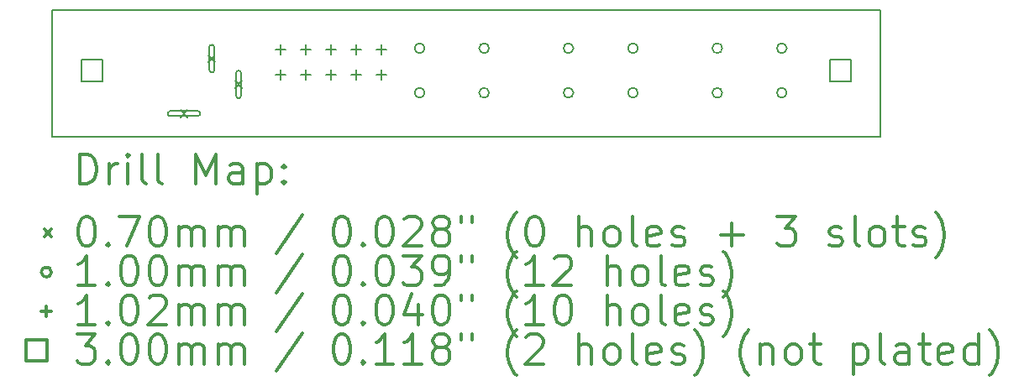
<source format=gbr>
%FSLAX45Y45*%
G04 Gerber Fmt 4.5, Leading zero omitted, Abs format (unit mm)*
G04 Created by KiCad (PCBNEW (5.0.0)) date 12/04/18 13:35:40*
%MOMM*%
%LPD*%
G01*
G04 APERTURE LIST*
%ADD10C,0.150000*%
%ADD11C,0.200000*%
%ADD12C,0.300000*%
G04 APERTURE END LIST*
D10*
X0Y0D02*
X0Y670000D01*
X0Y1280000D02*
X0Y1020000D01*
X2040000Y1280000D02*
X0Y1280000D01*
X8350000Y1280000D02*
X8350000Y660000D01*
X8350000Y0D02*
X8350000Y660000D01*
X2040000Y1280000D02*
X8350000Y1280000D01*
X1280000Y0D02*
X0Y0D01*
X1280000Y0D02*
X8350000Y0D01*
X0Y670000D02*
X0Y1020000D01*
D11*
X1295000Y270000D02*
X1365000Y200000D01*
X1365000Y270000D02*
X1295000Y200000D01*
X1190000Y210000D02*
X1470000Y210000D01*
X1190000Y260000D02*
X1470000Y260000D01*
X1470000Y210000D02*
G75*
G03X1470000Y260000I0J25000D01*
G01*
X1190000Y260000D02*
G75*
G03X1190000Y210000I0J-25000D01*
G01*
X1575000Y825000D02*
X1645000Y755000D01*
X1645000Y825000D02*
X1575000Y755000D01*
X1585000Y905000D02*
X1585000Y675000D01*
X1635000Y905000D02*
X1635000Y675000D01*
X1585000Y675000D02*
G75*
G03X1635000Y675000I25000J0D01*
G01*
X1635000Y905000D02*
G75*
G03X1585000Y905000I-25000J0D01*
G01*
X1845000Y565000D02*
X1915000Y495000D01*
X1915000Y565000D02*
X1845000Y495000D01*
X1855000Y645000D02*
X1855000Y415000D01*
X1905000Y645000D02*
X1905000Y415000D01*
X1855000Y415000D02*
G75*
G03X1905000Y415000I25000J0D01*
G01*
X1905000Y645000D02*
G75*
G03X1855000Y645000I-25000J0D01*
G01*
X6755000Y895000D02*
G75*
G03X6755000Y895000I-50000J0D01*
G01*
X6755000Y445000D02*
G75*
G03X6755000Y445000I-50000J0D01*
G01*
X7405000Y895000D02*
G75*
G03X7405000Y895000I-50000J0D01*
G01*
X7405000Y445000D02*
G75*
G03X7405000Y445000I-50000J0D01*
G01*
X3755000Y895000D02*
G75*
G03X3755000Y895000I-50000J0D01*
G01*
X3755000Y445000D02*
G75*
G03X3755000Y445000I-50000J0D01*
G01*
X4405000Y895000D02*
G75*
G03X4405000Y895000I-50000J0D01*
G01*
X4405000Y445000D02*
G75*
G03X4405000Y445000I-50000J0D01*
G01*
X5255000Y895000D02*
G75*
G03X5255000Y895000I-50000J0D01*
G01*
X5255000Y445000D02*
G75*
G03X5255000Y445000I-50000J0D01*
G01*
X5905000Y895000D02*
G75*
G03X5905000Y895000I-50000J0D01*
G01*
X5905000Y445000D02*
G75*
G03X5905000Y445000I-50000J0D01*
G01*
X2300000Y934800D02*
X2300000Y833200D01*
X2249200Y884000D02*
X2350800Y884000D01*
X2300000Y680800D02*
X2300000Y579200D01*
X2249200Y630000D02*
X2350800Y630000D01*
X2554000Y934800D02*
X2554000Y833200D01*
X2503200Y884000D02*
X2604800Y884000D01*
X2554000Y680800D02*
X2554000Y579200D01*
X2503200Y630000D02*
X2604800Y630000D01*
X2808000Y934800D02*
X2808000Y833200D01*
X2757200Y884000D02*
X2858800Y884000D01*
X2808000Y680800D02*
X2808000Y579200D01*
X2757200Y630000D02*
X2858800Y630000D01*
X3062000Y934800D02*
X3062000Y833200D01*
X3011200Y884000D02*
X3112800Y884000D01*
X3062000Y680800D02*
X3062000Y579200D01*
X3011200Y630000D02*
X3112800Y630000D01*
X3316000Y934800D02*
X3316000Y833200D01*
X3265200Y884000D02*
X3366800Y884000D01*
X3316000Y680800D02*
X3316000Y579200D01*
X3265200Y630000D02*
X3366800Y630000D01*
X506067Y563933D02*
X506067Y776067D01*
X293933Y776067D01*
X293933Y563933D01*
X506067Y563933D01*
X8056067Y563933D02*
X8056067Y776067D01*
X7843933Y776067D01*
X7843933Y563933D01*
X8056067Y563933D01*
D12*
X278928Y-473214D02*
X278928Y-173214D01*
X350357Y-173214D01*
X393214Y-187500D01*
X421786Y-216071D01*
X436071Y-244643D01*
X450357Y-301786D01*
X450357Y-344643D01*
X436071Y-401786D01*
X421786Y-430357D01*
X393214Y-458929D01*
X350357Y-473214D01*
X278928Y-473214D01*
X578928Y-473214D02*
X578928Y-273214D01*
X578928Y-330357D02*
X593214Y-301786D01*
X607500Y-287500D01*
X636071Y-273214D01*
X664643Y-273214D01*
X764643Y-473214D02*
X764643Y-273214D01*
X764643Y-173214D02*
X750357Y-187500D01*
X764643Y-201786D01*
X778928Y-187500D01*
X764643Y-173214D01*
X764643Y-201786D01*
X950357Y-473214D02*
X921786Y-458929D01*
X907500Y-430357D01*
X907500Y-173214D01*
X1107500Y-473214D02*
X1078928Y-458929D01*
X1064643Y-430357D01*
X1064643Y-173214D01*
X1450357Y-473214D02*
X1450357Y-173214D01*
X1550357Y-387500D01*
X1650357Y-173214D01*
X1650357Y-473214D01*
X1921786Y-473214D02*
X1921786Y-316072D01*
X1907500Y-287500D01*
X1878928Y-273214D01*
X1821786Y-273214D01*
X1793214Y-287500D01*
X1921786Y-458929D02*
X1893214Y-473214D01*
X1821786Y-473214D01*
X1793214Y-458929D01*
X1778928Y-430357D01*
X1778928Y-401786D01*
X1793214Y-373214D01*
X1821786Y-358929D01*
X1893214Y-358929D01*
X1921786Y-344643D01*
X2064643Y-273214D02*
X2064643Y-573214D01*
X2064643Y-287500D02*
X2093214Y-273214D01*
X2150357Y-273214D01*
X2178928Y-287500D01*
X2193214Y-301786D01*
X2207500Y-330357D01*
X2207500Y-416071D01*
X2193214Y-444643D01*
X2178928Y-458929D01*
X2150357Y-473214D01*
X2093214Y-473214D01*
X2064643Y-458929D01*
X2336071Y-444643D02*
X2350357Y-458929D01*
X2336071Y-473214D01*
X2321786Y-458929D01*
X2336071Y-444643D01*
X2336071Y-473214D01*
X2336071Y-287500D02*
X2350357Y-301786D01*
X2336071Y-316072D01*
X2321786Y-301786D01*
X2336071Y-287500D01*
X2336071Y-316072D01*
X-77500Y-932500D02*
X-7500Y-1002500D01*
X-7500Y-932500D02*
X-77500Y-1002500D01*
X336071Y-803214D02*
X364643Y-803214D01*
X393214Y-817500D01*
X407500Y-831786D01*
X421786Y-860357D01*
X436071Y-917500D01*
X436071Y-988929D01*
X421786Y-1046071D01*
X407500Y-1074643D01*
X393214Y-1088929D01*
X364643Y-1103214D01*
X336071Y-1103214D01*
X307500Y-1088929D01*
X293214Y-1074643D01*
X278928Y-1046071D01*
X264643Y-988929D01*
X264643Y-917500D01*
X278928Y-860357D01*
X293214Y-831786D01*
X307500Y-817500D01*
X336071Y-803214D01*
X564643Y-1074643D02*
X578928Y-1088929D01*
X564643Y-1103214D01*
X550357Y-1088929D01*
X564643Y-1074643D01*
X564643Y-1103214D01*
X678928Y-803214D02*
X878928Y-803214D01*
X750357Y-1103214D01*
X1050357Y-803214D02*
X1078928Y-803214D01*
X1107500Y-817500D01*
X1121786Y-831786D01*
X1136071Y-860357D01*
X1150357Y-917500D01*
X1150357Y-988929D01*
X1136071Y-1046071D01*
X1121786Y-1074643D01*
X1107500Y-1088929D01*
X1078928Y-1103214D01*
X1050357Y-1103214D01*
X1021786Y-1088929D01*
X1007500Y-1074643D01*
X993214Y-1046071D01*
X978928Y-988929D01*
X978928Y-917500D01*
X993214Y-860357D01*
X1007500Y-831786D01*
X1021786Y-817500D01*
X1050357Y-803214D01*
X1278928Y-1103214D02*
X1278928Y-903214D01*
X1278928Y-931786D02*
X1293214Y-917500D01*
X1321786Y-903214D01*
X1364643Y-903214D01*
X1393214Y-917500D01*
X1407500Y-946071D01*
X1407500Y-1103214D01*
X1407500Y-946071D02*
X1421786Y-917500D01*
X1450357Y-903214D01*
X1493214Y-903214D01*
X1521786Y-917500D01*
X1536071Y-946071D01*
X1536071Y-1103214D01*
X1678928Y-1103214D02*
X1678928Y-903214D01*
X1678928Y-931786D02*
X1693214Y-917500D01*
X1721786Y-903214D01*
X1764643Y-903214D01*
X1793214Y-917500D01*
X1807500Y-946071D01*
X1807500Y-1103214D01*
X1807500Y-946071D02*
X1821786Y-917500D01*
X1850357Y-903214D01*
X1893214Y-903214D01*
X1921786Y-917500D01*
X1936071Y-946071D01*
X1936071Y-1103214D01*
X2521786Y-788929D02*
X2264643Y-1174643D01*
X2907500Y-803214D02*
X2936071Y-803214D01*
X2964643Y-817500D01*
X2978928Y-831786D01*
X2993214Y-860357D01*
X3007500Y-917500D01*
X3007500Y-988929D01*
X2993214Y-1046071D01*
X2978928Y-1074643D01*
X2964643Y-1088929D01*
X2936071Y-1103214D01*
X2907500Y-1103214D01*
X2878928Y-1088929D01*
X2864643Y-1074643D01*
X2850357Y-1046071D01*
X2836071Y-988929D01*
X2836071Y-917500D01*
X2850357Y-860357D01*
X2864643Y-831786D01*
X2878928Y-817500D01*
X2907500Y-803214D01*
X3136071Y-1074643D02*
X3150357Y-1088929D01*
X3136071Y-1103214D01*
X3121786Y-1088929D01*
X3136071Y-1074643D01*
X3136071Y-1103214D01*
X3336071Y-803214D02*
X3364643Y-803214D01*
X3393214Y-817500D01*
X3407500Y-831786D01*
X3421786Y-860357D01*
X3436071Y-917500D01*
X3436071Y-988929D01*
X3421786Y-1046071D01*
X3407500Y-1074643D01*
X3393214Y-1088929D01*
X3364643Y-1103214D01*
X3336071Y-1103214D01*
X3307500Y-1088929D01*
X3293214Y-1074643D01*
X3278928Y-1046071D01*
X3264643Y-988929D01*
X3264643Y-917500D01*
X3278928Y-860357D01*
X3293214Y-831786D01*
X3307500Y-817500D01*
X3336071Y-803214D01*
X3550357Y-831786D02*
X3564643Y-817500D01*
X3593214Y-803214D01*
X3664643Y-803214D01*
X3693214Y-817500D01*
X3707500Y-831786D01*
X3721786Y-860357D01*
X3721786Y-888929D01*
X3707500Y-931786D01*
X3536071Y-1103214D01*
X3721786Y-1103214D01*
X3893214Y-931786D02*
X3864643Y-917500D01*
X3850357Y-903214D01*
X3836071Y-874643D01*
X3836071Y-860357D01*
X3850357Y-831786D01*
X3864643Y-817500D01*
X3893214Y-803214D01*
X3950357Y-803214D01*
X3978928Y-817500D01*
X3993214Y-831786D01*
X4007500Y-860357D01*
X4007500Y-874643D01*
X3993214Y-903214D01*
X3978928Y-917500D01*
X3950357Y-931786D01*
X3893214Y-931786D01*
X3864643Y-946071D01*
X3850357Y-960357D01*
X3836071Y-988929D01*
X3836071Y-1046071D01*
X3850357Y-1074643D01*
X3864643Y-1088929D01*
X3893214Y-1103214D01*
X3950357Y-1103214D01*
X3978928Y-1088929D01*
X3993214Y-1074643D01*
X4007500Y-1046071D01*
X4007500Y-988929D01*
X3993214Y-960357D01*
X3978928Y-946071D01*
X3950357Y-931786D01*
X4121786Y-803214D02*
X4121786Y-860357D01*
X4236071Y-803214D02*
X4236071Y-860357D01*
X4678928Y-1217500D02*
X4664643Y-1203214D01*
X4636071Y-1160357D01*
X4621786Y-1131786D01*
X4607500Y-1088929D01*
X4593214Y-1017500D01*
X4593214Y-960357D01*
X4607500Y-888929D01*
X4621786Y-846071D01*
X4636071Y-817500D01*
X4664643Y-774643D01*
X4678928Y-760357D01*
X4850357Y-803214D02*
X4878928Y-803214D01*
X4907500Y-817500D01*
X4921786Y-831786D01*
X4936071Y-860357D01*
X4950357Y-917500D01*
X4950357Y-988929D01*
X4936071Y-1046071D01*
X4921786Y-1074643D01*
X4907500Y-1088929D01*
X4878928Y-1103214D01*
X4850357Y-1103214D01*
X4821786Y-1088929D01*
X4807500Y-1074643D01*
X4793214Y-1046071D01*
X4778928Y-988929D01*
X4778928Y-917500D01*
X4793214Y-860357D01*
X4807500Y-831786D01*
X4821786Y-817500D01*
X4850357Y-803214D01*
X5307500Y-1103214D02*
X5307500Y-803214D01*
X5436071Y-1103214D02*
X5436071Y-946071D01*
X5421786Y-917500D01*
X5393214Y-903214D01*
X5350357Y-903214D01*
X5321786Y-917500D01*
X5307500Y-931786D01*
X5621786Y-1103214D02*
X5593214Y-1088929D01*
X5578928Y-1074643D01*
X5564643Y-1046071D01*
X5564643Y-960357D01*
X5578928Y-931786D01*
X5593214Y-917500D01*
X5621786Y-903214D01*
X5664643Y-903214D01*
X5693214Y-917500D01*
X5707500Y-931786D01*
X5721786Y-960357D01*
X5721786Y-1046071D01*
X5707500Y-1074643D01*
X5693214Y-1088929D01*
X5664643Y-1103214D01*
X5621786Y-1103214D01*
X5893214Y-1103214D02*
X5864643Y-1088929D01*
X5850357Y-1060357D01*
X5850357Y-803214D01*
X6121786Y-1088929D02*
X6093214Y-1103214D01*
X6036071Y-1103214D01*
X6007500Y-1088929D01*
X5993214Y-1060357D01*
X5993214Y-946071D01*
X6007500Y-917500D01*
X6036071Y-903214D01*
X6093214Y-903214D01*
X6121786Y-917500D01*
X6136071Y-946071D01*
X6136071Y-974643D01*
X5993214Y-1003214D01*
X6250357Y-1088929D02*
X6278928Y-1103214D01*
X6336071Y-1103214D01*
X6364643Y-1088929D01*
X6378928Y-1060357D01*
X6378928Y-1046071D01*
X6364643Y-1017500D01*
X6336071Y-1003214D01*
X6293214Y-1003214D01*
X6264643Y-988929D01*
X6250357Y-960357D01*
X6250357Y-946071D01*
X6264643Y-917500D01*
X6293214Y-903214D01*
X6336071Y-903214D01*
X6364643Y-917500D01*
X6736071Y-988929D02*
X6964643Y-988929D01*
X6850357Y-1103214D02*
X6850357Y-874643D01*
X7307500Y-803214D02*
X7493214Y-803214D01*
X7393214Y-917500D01*
X7436071Y-917500D01*
X7464643Y-931786D01*
X7478928Y-946071D01*
X7493214Y-974643D01*
X7493214Y-1046071D01*
X7478928Y-1074643D01*
X7464643Y-1088929D01*
X7436071Y-1103214D01*
X7350357Y-1103214D01*
X7321786Y-1088929D01*
X7307500Y-1074643D01*
X7836071Y-1088929D02*
X7864643Y-1103214D01*
X7921786Y-1103214D01*
X7950357Y-1088929D01*
X7964643Y-1060357D01*
X7964643Y-1046071D01*
X7950357Y-1017500D01*
X7921786Y-1003214D01*
X7878928Y-1003214D01*
X7850357Y-988929D01*
X7836071Y-960357D01*
X7836071Y-946071D01*
X7850357Y-917500D01*
X7878928Y-903214D01*
X7921786Y-903214D01*
X7950357Y-917500D01*
X8136071Y-1103214D02*
X8107500Y-1088929D01*
X8093214Y-1060357D01*
X8093214Y-803214D01*
X8293214Y-1103214D02*
X8264643Y-1088929D01*
X8250357Y-1074643D01*
X8236071Y-1046071D01*
X8236071Y-960357D01*
X8250357Y-931786D01*
X8264643Y-917500D01*
X8293214Y-903214D01*
X8336071Y-903214D01*
X8364643Y-917500D01*
X8378928Y-931786D01*
X8393214Y-960357D01*
X8393214Y-1046071D01*
X8378928Y-1074643D01*
X8364643Y-1088929D01*
X8336071Y-1103214D01*
X8293214Y-1103214D01*
X8478928Y-903214D02*
X8593214Y-903214D01*
X8521786Y-803214D02*
X8521786Y-1060357D01*
X8536071Y-1088929D01*
X8564643Y-1103214D01*
X8593214Y-1103214D01*
X8678928Y-1088929D02*
X8707500Y-1103214D01*
X8764643Y-1103214D01*
X8793214Y-1088929D01*
X8807500Y-1060357D01*
X8807500Y-1046071D01*
X8793214Y-1017500D01*
X8764643Y-1003214D01*
X8721786Y-1003214D01*
X8693214Y-988929D01*
X8678928Y-960357D01*
X8678928Y-946071D01*
X8693214Y-917500D01*
X8721786Y-903214D01*
X8764643Y-903214D01*
X8793214Y-917500D01*
X8907500Y-1217500D02*
X8921786Y-1203214D01*
X8950357Y-1160357D01*
X8964643Y-1131786D01*
X8978928Y-1088929D01*
X8993214Y-1017500D01*
X8993214Y-960357D01*
X8978928Y-888929D01*
X8964643Y-846071D01*
X8950357Y-817500D01*
X8921786Y-774643D01*
X8907500Y-760357D01*
X-7500Y-1363500D02*
G75*
G03X-7500Y-1363500I-50000J0D01*
G01*
X436071Y-1499214D02*
X264643Y-1499214D01*
X350357Y-1499214D02*
X350357Y-1199214D01*
X321786Y-1242072D01*
X293214Y-1270643D01*
X264643Y-1284929D01*
X564643Y-1470643D02*
X578928Y-1484929D01*
X564643Y-1499214D01*
X550357Y-1484929D01*
X564643Y-1470643D01*
X564643Y-1499214D01*
X764643Y-1199214D02*
X793214Y-1199214D01*
X821786Y-1213500D01*
X836071Y-1227786D01*
X850357Y-1256357D01*
X864643Y-1313500D01*
X864643Y-1384929D01*
X850357Y-1442071D01*
X836071Y-1470643D01*
X821786Y-1484929D01*
X793214Y-1499214D01*
X764643Y-1499214D01*
X736071Y-1484929D01*
X721786Y-1470643D01*
X707500Y-1442071D01*
X693214Y-1384929D01*
X693214Y-1313500D01*
X707500Y-1256357D01*
X721786Y-1227786D01*
X736071Y-1213500D01*
X764643Y-1199214D01*
X1050357Y-1199214D02*
X1078928Y-1199214D01*
X1107500Y-1213500D01*
X1121786Y-1227786D01*
X1136071Y-1256357D01*
X1150357Y-1313500D01*
X1150357Y-1384929D01*
X1136071Y-1442071D01*
X1121786Y-1470643D01*
X1107500Y-1484929D01*
X1078928Y-1499214D01*
X1050357Y-1499214D01*
X1021786Y-1484929D01*
X1007500Y-1470643D01*
X993214Y-1442071D01*
X978928Y-1384929D01*
X978928Y-1313500D01*
X993214Y-1256357D01*
X1007500Y-1227786D01*
X1021786Y-1213500D01*
X1050357Y-1199214D01*
X1278928Y-1499214D02*
X1278928Y-1299214D01*
X1278928Y-1327786D02*
X1293214Y-1313500D01*
X1321786Y-1299214D01*
X1364643Y-1299214D01*
X1393214Y-1313500D01*
X1407500Y-1342072D01*
X1407500Y-1499214D01*
X1407500Y-1342072D02*
X1421786Y-1313500D01*
X1450357Y-1299214D01*
X1493214Y-1299214D01*
X1521786Y-1313500D01*
X1536071Y-1342072D01*
X1536071Y-1499214D01*
X1678928Y-1499214D02*
X1678928Y-1299214D01*
X1678928Y-1327786D02*
X1693214Y-1313500D01*
X1721786Y-1299214D01*
X1764643Y-1299214D01*
X1793214Y-1313500D01*
X1807500Y-1342072D01*
X1807500Y-1499214D01*
X1807500Y-1342072D02*
X1821786Y-1313500D01*
X1850357Y-1299214D01*
X1893214Y-1299214D01*
X1921786Y-1313500D01*
X1936071Y-1342072D01*
X1936071Y-1499214D01*
X2521786Y-1184929D02*
X2264643Y-1570643D01*
X2907500Y-1199214D02*
X2936071Y-1199214D01*
X2964643Y-1213500D01*
X2978928Y-1227786D01*
X2993214Y-1256357D01*
X3007500Y-1313500D01*
X3007500Y-1384929D01*
X2993214Y-1442071D01*
X2978928Y-1470643D01*
X2964643Y-1484929D01*
X2936071Y-1499214D01*
X2907500Y-1499214D01*
X2878928Y-1484929D01*
X2864643Y-1470643D01*
X2850357Y-1442071D01*
X2836071Y-1384929D01*
X2836071Y-1313500D01*
X2850357Y-1256357D01*
X2864643Y-1227786D01*
X2878928Y-1213500D01*
X2907500Y-1199214D01*
X3136071Y-1470643D02*
X3150357Y-1484929D01*
X3136071Y-1499214D01*
X3121786Y-1484929D01*
X3136071Y-1470643D01*
X3136071Y-1499214D01*
X3336071Y-1199214D02*
X3364643Y-1199214D01*
X3393214Y-1213500D01*
X3407500Y-1227786D01*
X3421786Y-1256357D01*
X3436071Y-1313500D01*
X3436071Y-1384929D01*
X3421786Y-1442071D01*
X3407500Y-1470643D01*
X3393214Y-1484929D01*
X3364643Y-1499214D01*
X3336071Y-1499214D01*
X3307500Y-1484929D01*
X3293214Y-1470643D01*
X3278928Y-1442071D01*
X3264643Y-1384929D01*
X3264643Y-1313500D01*
X3278928Y-1256357D01*
X3293214Y-1227786D01*
X3307500Y-1213500D01*
X3336071Y-1199214D01*
X3536071Y-1199214D02*
X3721786Y-1199214D01*
X3621786Y-1313500D01*
X3664643Y-1313500D01*
X3693214Y-1327786D01*
X3707500Y-1342072D01*
X3721786Y-1370643D01*
X3721786Y-1442071D01*
X3707500Y-1470643D01*
X3693214Y-1484929D01*
X3664643Y-1499214D01*
X3578928Y-1499214D01*
X3550357Y-1484929D01*
X3536071Y-1470643D01*
X3864643Y-1499214D02*
X3921786Y-1499214D01*
X3950357Y-1484929D01*
X3964643Y-1470643D01*
X3993214Y-1427786D01*
X4007500Y-1370643D01*
X4007500Y-1256357D01*
X3993214Y-1227786D01*
X3978928Y-1213500D01*
X3950357Y-1199214D01*
X3893214Y-1199214D01*
X3864643Y-1213500D01*
X3850357Y-1227786D01*
X3836071Y-1256357D01*
X3836071Y-1327786D01*
X3850357Y-1356357D01*
X3864643Y-1370643D01*
X3893214Y-1384929D01*
X3950357Y-1384929D01*
X3978928Y-1370643D01*
X3993214Y-1356357D01*
X4007500Y-1327786D01*
X4121786Y-1199214D02*
X4121786Y-1256357D01*
X4236071Y-1199214D02*
X4236071Y-1256357D01*
X4678928Y-1613500D02*
X4664643Y-1599214D01*
X4636071Y-1556357D01*
X4621786Y-1527786D01*
X4607500Y-1484929D01*
X4593214Y-1413500D01*
X4593214Y-1356357D01*
X4607500Y-1284929D01*
X4621786Y-1242072D01*
X4636071Y-1213500D01*
X4664643Y-1170643D01*
X4678928Y-1156357D01*
X4950357Y-1499214D02*
X4778928Y-1499214D01*
X4864643Y-1499214D02*
X4864643Y-1199214D01*
X4836071Y-1242072D01*
X4807500Y-1270643D01*
X4778928Y-1284929D01*
X5064643Y-1227786D02*
X5078928Y-1213500D01*
X5107500Y-1199214D01*
X5178928Y-1199214D01*
X5207500Y-1213500D01*
X5221786Y-1227786D01*
X5236071Y-1256357D01*
X5236071Y-1284929D01*
X5221786Y-1327786D01*
X5050357Y-1499214D01*
X5236071Y-1499214D01*
X5593214Y-1499214D02*
X5593214Y-1199214D01*
X5721786Y-1499214D02*
X5721786Y-1342072D01*
X5707500Y-1313500D01*
X5678928Y-1299214D01*
X5636071Y-1299214D01*
X5607500Y-1313500D01*
X5593214Y-1327786D01*
X5907500Y-1499214D02*
X5878928Y-1484929D01*
X5864643Y-1470643D01*
X5850357Y-1442071D01*
X5850357Y-1356357D01*
X5864643Y-1327786D01*
X5878928Y-1313500D01*
X5907500Y-1299214D01*
X5950357Y-1299214D01*
X5978928Y-1313500D01*
X5993214Y-1327786D01*
X6007500Y-1356357D01*
X6007500Y-1442071D01*
X5993214Y-1470643D01*
X5978928Y-1484929D01*
X5950357Y-1499214D01*
X5907500Y-1499214D01*
X6178928Y-1499214D02*
X6150357Y-1484929D01*
X6136071Y-1456357D01*
X6136071Y-1199214D01*
X6407500Y-1484929D02*
X6378928Y-1499214D01*
X6321786Y-1499214D01*
X6293214Y-1484929D01*
X6278928Y-1456357D01*
X6278928Y-1342072D01*
X6293214Y-1313500D01*
X6321786Y-1299214D01*
X6378928Y-1299214D01*
X6407500Y-1313500D01*
X6421786Y-1342072D01*
X6421786Y-1370643D01*
X6278928Y-1399214D01*
X6536071Y-1484929D02*
X6564643Y-1499214D01*
X6621786Y-1499214D01*
X6650357Y-1484929D01*
X6664643Y-1456357D01*
X6664643Y-1442071D01*
X6650357Y-1413500D01*
X6621786Y-1399214D01*
X6578928Y-1399214D01*
X6550357Y-1384929D01*
X6536071Y-1356357D01*
X6536071Y-1342072D01*
X6550357Y-1313500D01*
X6578928Y-1299214D01*
X6621786Y-1299214D01*
X6650357Y-1313500D01*
X6764643Y-1613500D02*
X6778928Y-1599214D01*
X6807500Y-1556357D01*
X6821786Y-1527786D01*
X6836071Y-1484929D01*
X6850357Y-1413500D01*
X6850357Y-1356357D01*
X6836071Y-1284929D01*
X6821786Y-1242072D01*
X6807500Y-1213500D01*
X6778928Y-1170643D01*
X6764643Y-1156357D01*
X-58300Y-1708700D02*
X-58300Y-1810300D01*
X-109100Y-1759500D02*
X-7500Y-1759500D01*
X436071Y-1895214D02*
X264643Y-1895214D01*
X350357Y-1895214D02*
X350357Y-1595214D01*
X321786Y-1638071D01*
X293214Y-1666643D01*
X264643Y-1680929D01*
X564643Y-1866643D02*
X578928Y-1880929D01*
X564643Y-1895214D01*
X550357Y-1880929D01*
X564643Y-1866643D01*
X564643Y-1895214D01*
X764643Y-1595214D02*
X793214Y-1595214D01*
X821786Y-1609500D01*
X836071Y-1623786D01*
X850357Y-1652357D01*
X864643Y-1709500D01*
X864643Y-1780929D01*
X850357Y-1838071D01*
X836071Y-1866643D01*
X821786Y-1880929D01*
X793214Y-1895214D01*
X764643Y-1895214D01*
X736071Y-1880929D01*
X721786Y-1866643D01*
X707500Y-1838071D01*
X693214Y-1780929D01*
X693214Y-1709500D01*
X707500Y-1652357D01*
X721786Y-1623786D01*
X736071Y-1609500D01*
X764643Y-1595214D01*
X978928Y-1623786D02*
X993214Y-1609500D01*
X1021786Y-1595214D01*
X1093214Y-1595214D01*
X1121786Y-1609500D01*
X1136071Y-1623786D01*
X1150357Y-1652357D01*
X1150357Y-1680929D01*
X1136071Y-1723786D01*
X964643Y-1895214D01*
X1150357Y-1895214D01*
X1278928Y-1895214D02*
X1278928Y-1695214D01*
X1278928Y-1723786D02*
X1293214Y-1709500D01*
X1321786Y-1695214D01*
X1364643Y-1695214D01*
X1393214Y-1709500D01*
X1407500Y-1738071D01*
X1407500Y-1895214D01*
X1407500Y-1738071D02*
X1421786Y-1709500D01*
X1450357Y-1695214D01*
X1493214Y-1695214D01*
X1521786Y-1709500D01*
X1536071Y-1738071D01*
X1536071Y-1895214D01*
X1678928Y-1895214D02*
X1678928Y-1695214D01*
X1678928Y-1723786D02*
X1693214Y-1709500D01*
X1721786Y-1695214D01*
X1764643Y-1695214D01*
X1793214Y-1709500D01*
X1807500Y-1738071D01*
X1807500Y-1895214D01*
X1807500Y-1738071D02*
X1821786Y-1709500D01*
X1850357Y-1695214D01*
X1893214Y-1695214D01*
X1921786Y-1709500D01*
X1936071Y-1738071D01*
X1936071Y-1895214D01*
X2521786Y-1580929D02*
X2264643Y-1966643D01*
X2907500Y-1595214D02*
X2936071Y-1595214D01*
X2964643Y-1609500D01*
X2978928Y-1623786D01*
X2993214Y-1652357D01*
X3007500Y-1709500D01*
X3007500Y-1780929D01*
X2993214Y-1838071D01*
X2978928Y-1866643D01*
X2964643Y-1880929D01*
X2936071Y-1895214D01*
X2907500Y-1895214D01*
X2878928Y-1880929D01*
X2864643Y-1866643D01*
X2850357Y-1838071D01*
X2836071Y-1780929D01*
X2836071Y-1709500D01*
X2850357Y-1652357D01*
X2864643Y-1623786D01*
X2878928Y-1609500D01*
X2907500Y-1595214D01*
X3136071Y-1866643D02*
X3150357Y-1880929D01*
X3136071Y-1895214D01*
X3121786Y-1880929D01*
X3136071Y-1866643D01*
X3136071Y-1895214D01*
X3336071Y-1595214D02*
X3364643Y-1595214D01*
X3393214Y-1609500D01*
X3407500Y-1623786D01*
X3421786Y-1652357D01*
X3436071Y-1709500D01*
X3436071Y-1780929D01*
X3421786Y-1838071D01*
X3407500Y-1866643D01*
X3393214Y-1880929D01*
X3364643Y-1895214D01*
X3336071Y-1895214D01*
X3307500Y-1880929D01*
X3293214Y-1866643D01*
X3278928Y-1838071D01*
X3264643Y-1780929D01*
X3264643Y-1709500D01*
X3278928Y-1652357D01*
X3293214Y-1623786D01*
X3307500Y-1609500D01*
X3336071Y-1595214D01*
X3693214Y-1695214D02*
X3693214Y-1895214D01*
X3621786Y-1580929D02*
X3550357Y-1795214D01*
X3736071Y-1795214D01*
X3907500Y-1595214D02*
X3936071Y-1595214D01*
X3964643Y-1609500D01*
X3978928Y-1623786D01*
X3993214Y-1652357D01*
X4007500Y-1709500D01*
X4007500Y-1780929D01*
X3993214Y-1838071D01*
X3978928Y-1866643D01*
X3964643Y-1880929D01*
X3936071Y-1895214D01*
X3907500Y-1895214D01*
X3878928Y-1880929D01*
X3864643Y-1866643D01*
X3850357Y-1838071D01*
X3836071Y-1780929D01*
X3836071Y-1709500D01*
X3850357Y-1652357D01*
X3864643Y-1623786D01*
X3878928Y-1609500D01*
X3907500Y-1595214D01*
X4121786Y-1595214D02*
X4121786Y-1652357D01*
X4236071Y-1595214D02*
X4236071Y-1652357D01*
X4678928Y-2009500D02*
X4664643Y-1995214D01*
X4636071Y-1952357D01*
X4621786Y-1923786D01*
X4607500Y-1880929D01*
X4593214Y-1809500D01*
X4593214Y-1752357D01*
X4607500Y-1680929D01*
X4621786Y-1638071D01*
X4636071Y-1609500D01*
X4664643Y-1566643D01*
X4678928Y-1552357D01*
X4950357Y-1895214D02*
X4778928Y-1895214D01*
X4864643Y-1895214D02*
X4864643Y-1595214D01*
X4836071Y-1638071D01*
X4807500Y-1666643D01*
X4778928Y-1680929D01*
X5136071Y-1595214D02*
X5164643Y-1595214D01*
X5193214Y-1609500D01*
X5207500Y-1623786D01*
X5221786Y-1652357D01*
X5236071Y-1709500D01*
X5236071Y-1780929D01*
X5221786Y-1838071D01*
X5207500Y-1866643D01*
X5193214Y-1880929D01*
X5164643Y-1895214D01*
X5136071Y-1895214D01*
X5107500Y-1880929D01*
X5093214Y-1866643D01*
X5078928Y-1838071D01*
X5064643Y-1780929D01*
X5064643Y-1709500D01*
X5078928Y-1652357D01*
X5093214Y-1623786D01*
X5107500Y-1609500D01*
X5136071Y-1595214D01*
X5593214Y-1895214D02*
X5593214Y-1595214D01*
X5721786Y-1895214D02*
X5721786Y-1738071D01*
X5707500Y-1709500D01*
X5678928Y-1695214D01*
X5636071Y-1695214D01*
X5607500Y-1709500D01*
X5593214Y-1723786D01*
X5907500Y-1895214D02*
X5878928Y-1880929D01*
X5864643Y-1866643D01*
X5850357Y-1838071D01*
X5850357Y-1752357D01*
X5864643Y-1723786D01*
X5878928Y-1709500D01*
X5907500Y-1695214D01*
X5950357Y-1695214D01*
X5978928Y-1709500D01*
X5993214Y-1723786D01*
X6007500Y-1752357D01*
X6007500Y-1838071D01*
X5993214Y-1866643D01*
X5978928Y-1880929D01*
X5950357Y-1895214D01*
X5907500Y-1895214D01*
X6178928Y-1895214D02*
X6150357Y-1880929D01*
X6136071Y-1852357D01*
X6136071Y-1595214D01*
X6407500Y-1880929D02*
X6378928Y-1895214D01*
X6321786Y-1895214D01*
X6293214Y-1880929D01*
X6278928Y-1852357D01*
X6278928Y-1738071D01*
X6293214Y-1709500D01*
X6321786Y-1695214D01*
X6378928Y-1695214D01*
X6407500Y-1709500D01*
X6421786Y-1738071D01*
X6421786Y-1766643D01*
X6278928Y-1795214D01*
X6536071Y-1880929D02*
X6564643Y-1895214D01*
X6621786Y-1895214D01*
X6650357Y-1880929D01*
X6664643Y-1852357D01*
X6664643Y-1838071D01*
X6650357Y-1809500D01*
X6621786Y-1795214D01*
X6578928Y-1795214D01*
X6550357Y-1780929D01*
X6536071Y-1752357D01*
X6536071Y-1738071D01*
X6550357Y-1709500D01*
X6578928Y-1695214D01*
X6621786Y-1695214D01*
X6650357Y-1709500D01*
X6764643Y-2009500D02*
X6778928Y-1995214D01*
X6807500Y-1952357D01*
X6821786Y-1923786D01*
X6836071Y-1880929D01*
X6850357Y-1809500D01*
X6850357Y-1752357D01*
X6836071Y-1680929D01*
X6821786Y-1638071D01*
X6807500Y-1609500D01*
X6778928Y-1566643D01*
X6764643Y-1552357D01*
X-51433Y-2261567D02*
X-51433Y-2049433D01*
X-263567Y-2049433D01*
X-263567Y-2261567D01*
X-51433Y-2261567D01*
X250357Y-1991214D02*
X436071Y-1991214D01*
X336071Y-2105500D01*
X378928Y-2105500D01*
X407500Y-2119786D01*
X421786Y-2134072D01*
X436071Y-2162643D01*
X436071Y-2234072D01*
X421786Y-2262643D01*
X407500Y-2276929D01*
X378928Y-2291214D01*
X293214Y-2291214D01*
X264643Y-2276929D01*
X250357Y-2262643D01*
X564643Y-2262643D02*
X578928Y-2276929D01*
X564643Y-2291214D01*
X550357Y-2276929D01*
X564643Y-2262643D01*
X564643Y-2291214D01*
X764643Y-1991214D02*
X793214Y-1991214D01*
X821786Y-2005500D01*
X836071Y-2019786D01*
X850357Y-2048357D01*
X864643Y-2105500D01*
X864643Y-2176929D01*
X850357Y-2234072D01*
X836071Y-2262643D01*
X821786Y-2276929D01*
X793214Y-2291214D01*
X764643Y-2291214D01*
X736071Y-2276929D01*
X721786Y-2262643D01*
X707500Y-2234072D01*
X693214Y-2176929D01*
X693214Y-2105500D01*
X707500Y-2048357D01*
X721786Y-2019786D01*
X736071Y-2005500D01*
X764643Y-1991214D01*
X1050357Y-1991214D02*
X1078928Y-1991214D01*
X1107500Y-2005500D01*
X1121786Y-2019786D01*
X1136071Y-2048357D01*
X1150357Y-2105500D01*
X1150357Y-2176929D01*
X1136071Y-2234072D01*
X1121786Y-2262643D01*
X1107500Y-2276929D01*
X1078928Y-2291214D01*
X1050357Y-2291214D01*
X1021786Y-2276929D01*
X1007500Y-2262643D01*
X993214Y-2234072D01*
X978928Y-2176929D01*
X978928Y-2105500D01*
X993214Y-2048357D01*
X1007500Y-2019786D01*
X1021786Y-2005500D01*
X1050357Y-1991214D01*
X1278928Y-2291214D02*
X1278928Y-2091214D01*
X1278928Y-2119786D02*
X1293214Y-2105500D01*
X1321786Y-2091214D01*
X1364643Y-2091214D01*
X1393214Y-2105500D01*
X1407500Y-2134072D01*
X1407500Y-2291214D01*
X1407500Y-2134072D02*
X1421786Y-2105500D01*
X1450357Y-2091214D01*
X1493214Y-2091214D01*
X1521786Y-2105500D01*
X1536071Y-2134072D01*
X1536071Y-2291214D01*
X1678928Y-2291214D02*
X1678928Y-2091214D01*
X1678928Y-2119786D02*
X1693214Y-2105500D01*
X1721786Y-2091214D01*
X1764643Y-2091214D01*
X1793214Y-2105500D01*
X1807500Y-2134072D01*
X1807500Y-2291214D01*
X1807500Y-2134072D02*
X1821786Y-2105500D01*
X1850357Y-2091214D01*
X1893214Y-2091214D01*
X1921786Y-2105500D01*
X1936071Y-2134072D01*
X1936071Y-2291214D01*
X2521786Y-1976929D02*
X2264643Y-2362643D01*
X2907500Y-1991214D02*
X2936071Y-1991214D01*
X2964643Y-2005500D01*
X2978928Y-2019786D01*
X2993214Y-2048357D01*
X3007500Y-2105500D01*
X3007500Y-2176929D01*
X2993214Y-2234072D01*
X2978928Y-2262643D01*
X2964643Y-2276929D01*
X2936071Y-2291214D01*
X2907500Y-2291214D01*
X2878928Y-2276929D01*
X2864643Y-2262643D01*
X2850357Y-2234072D01*
X2836071Y-2176929D01*
X2836071Y-2105500D01*
X2850357Y-2048357D01*
X2864643Y-2019786D01*
X2878928Y-2005500D01*
X2907500Y-1991214D01*
X3136071Y-2262643D02*
X3150357Y-2276929D01*
X3136071Y-2291214D01*
X3121786Y-2276929D01*
X3136071Y-2262643D01*
X3136071Y-2291214D01*
X3436071Y-2291214D02*
X3264643Y-2291214D01*
X3350357Y-2291214D02*
X3350357Y-1991214D01*
X3321786Y-2034071D01*
X3293214Y-2062643D01*
X3264643Y-2076929D01*
X3721786Y-2291214D02*
X3550357Y-2291214D01*
X3636071Y-2291214D02*
X3636071Y-1991214D01*
X3607500Y-2034071D01*
X3578928Y-2062643D01*
X3550357Y-2076929D01*
X3893214Y-2119786D02*
X3864643Y-2105500D01*
X3850357Y-2091214D01*
X3836071Y-2062643D01*
X3836071Y-2048357D01*
X3850357Y-2019786D01*
X3864643Y-2005500D01*
X3893214Y-1991214D01*
X3950357Y-1991214D01*
X3978928Y-2005500D01*
X3993214Y-2019786D01*
X4007500Y-2048357D01*
X4007500Y-2062643D01*
X3993214Y-2091214D01*
X3978928Y-2105500D01*
X3950357Y-2119786D01*
X3893214Y-2119786D01*
X3864643Y-2134072D01*
X3850357Y-2148357D01*
X3836071Y-2176929D01*
X3836071Y-2234072D01*
X3850357Y-2262643D01*
X3864643Y-2276929D01*
X3893214Y-2291214D01*
X3950357Y-2291214D01*
X3978928Y-2276929D01*
X3993214Y-2262643D01*
X4007500Y-2234072D01*
X4007500Y-2176929D01*
X3993214Y-2148357D01*
X3978928Y-2134072D01*
X3950357Y-2119786D01*
X4121786Y-1991214D02*
X4121786Y-2048357D01*
X4236071Y-1991214D02*
X4236071Y-2048357D01*
X4678928Y-2405500D02*
X4664643Y-2391214D01*
X4636071Y-2348357D01*
X4621786Y-2319786D01*
X4607500Y-2276929D01*
X4593214Y-2205500D01*
X4593214Y-2148357D01*
X4607500Y-2076929D01*
X4621786Y-2034071D01*
X4636071Y-2005500D01*
X4664643Y-1962643D01*
X4678928Y-1948357D01*
X4778928Y-2019786D02*
X4793214Y-2005500D01*
X4821786Y-1991214D01*
X4893214Y-1991214D01*
X4921786Y-2005500D01*
X4936071Y-2019786D01*
X4950357Y-2048357D01*
X4950357Y-2076929D01*
X4936071Y-2119786D01*
X4764643Y-2291214D01*
X4950357Y-2291214D01*
X5307500Y-2291214D02*
X5307500Y-1991214D01*
X5436071Y-2291214D02*
X5436071Y-2134072D01*
X5421786Y-2105500D01*
X5393214Y-2091214D01*
X5350357Y-2091214D01*
X5321786Y-2105500D01*
X5307500Y-2119786D01*
X5621786Y-2291214D02*
X5593214Y-2276929D01*
X5578928Y-2262643D01*
X5564643Y-2234072D01*
X5564643Y-2148357D01*
X5578928Y-2119786D01*
X5593214Y-2105500D01*
X5621786Y-2091214D01*
X5664643Y-2091214D01*
X5693214Y-2105500D01*
X5707500Y-2119786D01*
X5721786Y-2148357D01*
X5721786Y-2234072D01*
X5707500Y-2262643D01*
X5693214Y-2276929D01*
X5664643Y-2291214D01*
X5621786Y-2291214D01*
X5893214Y-2291214D02*
X5864643Y-2276929D01*
X5850357Y-2248357D01*
X5850357Y-1991214D01*
X6121786Y-2276929D02*
X6093214Y-2291214D01*
X6036071Y-2291214D01*
X6007500Y-2276929D01*
X5993214Y-2248357D01*
X5993214Y-2134072D01*
X6007500Y-2105500D01*
X6036071Y-2091214D01*
X6093214Y-2091214D01*
X6121786Y-2105500D01*
X6136071Y-2134072D01*
X6136071Y-2162643D01*
X5993214Y-2191214D01*
X6250357Y-2276929D02*
X6278928Y-2291214D01*
X6336071Y-2291214D01*
X6364643Y-2276929D01*
X6378928Y-2248357D01*
X6378928Y-2234072D01*
X6364643Y-2205500D01*
X6336071Y-2191214D01*
X6293214Y-2191214D01*
X6264643Y-2176929D01*
X6250357Y-2148357D01*
X6250357Y-2134072D01*
X6264643Y-2105500D01*
X6293214Y-2091214D01*
X6336071Y-2091214D01*
X6364643Y-2105500D01*
X6478928Y-2405500D02*
X6493214Y-2391214D01*
X6521786Y-2348357D01*
X6536071Y-2319786D01*
X6550357Y-2276929D01*
X6564643Y-2205500D01*
X6564643Y-2148357D01*
X6550357Y-2076929D01*
X6536071Y-2034071D01*
X6521786Y-2005500D01*
X6493214Y-1962643D01*
X6478928Y-1948357D01*
X7021786Y-2405500D02*
X7007500Y-2391214D01*
X6978928Y-2348357D01*
X6964643Y-2319786D01*
X6950357Y-2276929D01*
X6936071Y-2205500D01*
X6936071Y-2148357D01*
X6950357Y-2076929D01*
X6964643Y-2034071D01*
X6978928Y-2005500D01*
X7007500Y-1962643D01*
X7021786Y-1948357D01*
X7136071Y-2091214D02*
X7136071Y-2291214D01*
X7136071Y-2119786D02*
X7150357Y-2105500D01*
X7178928Y-2091214D01*
X7221786Y-2091214D01*
X7250357Y-2105500D01*
X7264643Y-2134072D01*
X7264643Y-2291214D01*
X7450357Y-2291214D02*
X7421786Y-2276929D01*
X7407500Y-2262643D01*
X7393214Y-2234072D01*
X7393214Y-2148357D01*
X7407500Y-2119786D01*
X7421786Y-2105500D01*
X7450357Y-2091214D01*
X7493214Y-2091214D01*
X7521786Y-2105500D01*
X7536071Y-2119786D01*
X7550357Y-2148357D01*
X7550357Y-2234072D01*
X7536071Y-2262643D01*
X7521786Y-2276929D01*
X7493214Y-2291214D01*
X7450357Y-2291214D01*
X7636071Y-2091214D02*
X7750357Y-2091214D01*
X7678928Y-1991214D02*
X7678928Y-2248357D01*
X7693214Y-2276929D01*
X7721786Y-2291214D01*
X7750357Y-2291214D01*
X8078928Y-2091214D02*
X8078928Y-2391214D01*
X8078928Y-2105500D02*
X8107500Y-2091214D01*
X8164643Y-2091214D01*
X8193214Y-2105500D01*
X8207500Y-2119786D01*
X8221786Y-2148357D01*
X8221786Y-2234072D01*
X8207500Y-2262643D01*
X8193214Y-2276929D01*
X8164643Y-2291214D01*
X8107500Y-2291214D01*
X8078928Y-2276929D01*
X8393214Y-2291214D02*
X8364643Y-2276929D01*
X8350357Y-2248357D01*
X8350357Y-1991214D01*
X8636071Y-2291214D02*
X8636071Y-2134072D01*
X8621786Y-2105500D01*
X8593214Y-2091214D01*
X8536071Y-2091214D01*
X8507500Y-2105500D01*
X8636071Y-2276929D02*
X8607500Y-2291214D01*
X8536071Y-2291214D01*
X8507500Y-2276929D01*
X8493214Y-2248357D01*
X8493214Y-2219786D01*
X8507500Y-2191214D01*
X8536071Y-2176929D01*
X8607500Y-2176929D01*
X8636071Y-2162643D01*
X8736071Y-2091214D02*
X8850357Y-2091214D01*
X8778928Y-1991214D02*
X8778928Y-2248357D01*
X8793214Y-2276929D01*
X8821786Y-2291214D01*
X8850357Y-2291214D01*
X9064643Y-2276929D02*
X9036071Y-2291214D01*
X8978928Y-2291214D01*
X8950357Y-2276929D01*
X8936071Y-2248357D01*
X8936071Y-2134072D01*
X8950357Y-2105500D01*
X8978928Y-2091214D01*
X9036071Y-2091214D01*
X9064643Y-2105500D01*
X9078928Y-2134072D01*
X9078928Y-2162643D01*
X8936071Y-2191214D01*
X9336071Y-2291214D02*
X9336071Y-1991214D01*
X9336071Y-2276929D02*
X9307500Y-2291214D01*
X9250357Y-2291214D01*
X9221786Y-2276929D01*
X9207500Y-2262643D01*
X9193214Y-2234072D01*
X9193214Y-2148357D01*
X9207500Y-2119786D01*
X9221786Y-2105500D01*
X9250357Y-2091214D01*
X9307500Y-2091214D01*
X9336071Y-2105500D01*
X9450357Y-2405500D02*
X9464643Y-2391214D01*
X9493214Y-2348357D01*
X9507500Y-2319786D01*
X9521786Y-2276929D01*
X9536071Y-2205500D01*
X9536071Y-2148357D01*
X9521786Y-2076929D01*
X9507500Y-2034071D01*
X9493214Y-2005500D01*
X9464643Y-1962643D01*
X9450357Y-1948357D01*
M02*

</source>
